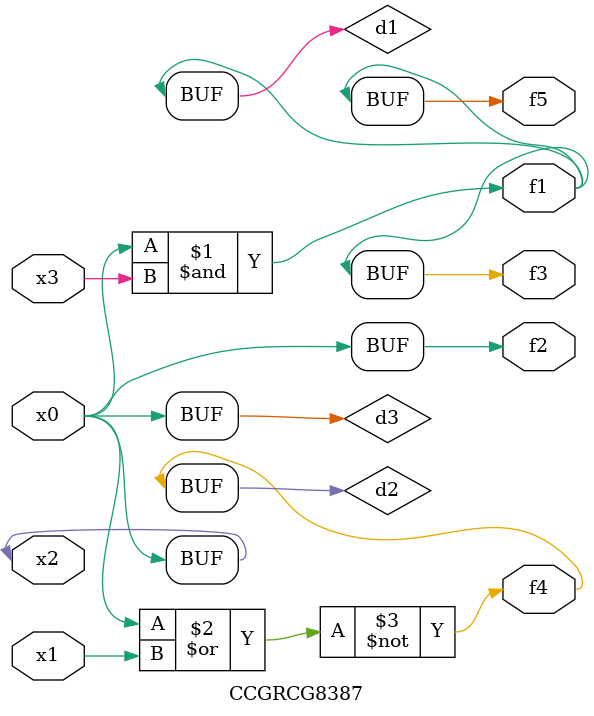
<source format=v>
module CCGRCG8387(
	input x0, x1, x2, x3,
	output f1, f2, f3, f4, f5
);

	wire d1, d2, d3;

	and (d1, x2, x3);
	nor (d2, x0, x1);
	buf (d3, x0, x2);
	assign f1 = d1;
	assign f2 = d3;
	assign f3 = d1;
	assign f4 = d2;
	assign f5 = d1;
endmodule

</source>
